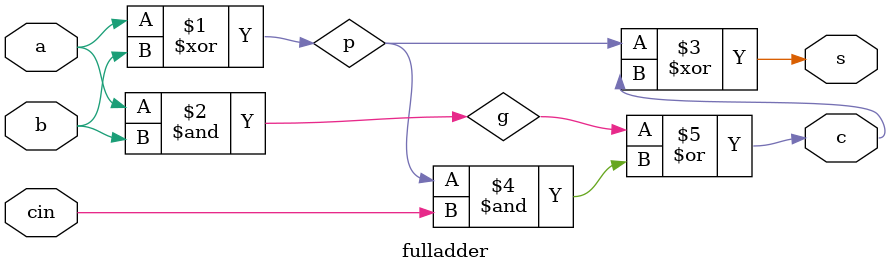
<source format=sv>
module fulladder(input a, b, cin, output c, s);
    wire p, g;
    assign p = a ^ b;
    assign g = a & b;

    assign s = p ^ c;
    assign c = g | (p & cin);
endmodule
</source>
